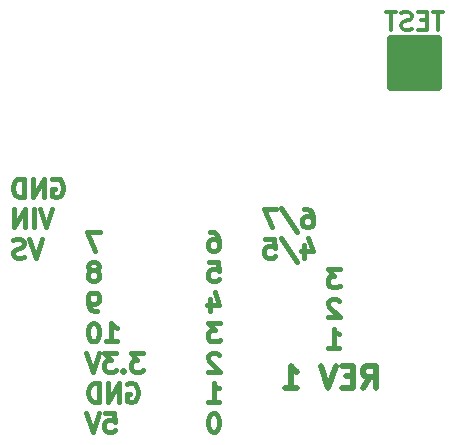
<source format=gbo>
%TF.GenerationSoftware,KiCad,Pcbnew,(6.0.1)*%
%TF.CreationDate,2022-08-13T11:54:52-04:00*%
%TF.ProjectId,QTPy49,51545079-3439-42e6-9b69-6361645f7063,rev?*%
%TF.SameCoordinates,PXfffe7320PYffff9cc8*%
%TF.FileFunction,Legend,Bot*%
%TF.FilePolarity,Positive*%
%FSLAX46Y46*%
G04 Gerber Fmt 4.6, Leading zero omitted, Abs format (unit mm)*
G04 Created by KiCad (PCBNEW (6.0.1)) date 2022-08-13 11:54:52*
%MOMM*%
%LPD*%
G01*
G04 APERTURE LIST*
%ADD10C,0.396875*%
%ADD11C,0.476250*%
%ADD12C,0.304800*%
%ADD13C,0.650000*%
G04 APERTURE END LIST*
D10*
X13360740Y-25885775D02*
X13511930Y-25810179D01*
X13738716Y-25810179D01*
X13965502Y-25885775D01*
X14116692Y-26036965D01*
X14192287Y-26188155D01*
X14267883Y-26490536D01*
X14267883Y-26717322D01*
X14192287Y-27019703D01*
X14116692Y-27170894D01*
X13965502Y-27322084D01*
X13738716Y-27397679D01*
X13587525Y-27397679D01*
X13360740Y-27322084D01*
X13285144Y-27246489D01*
X13285144Y-26717322D01*
X13587525Y-26717322D01*
X12604787Y-27397679D02*
X12604787Y-25810179D01*
X11697644Y-27397679D01*
X11697644Y-25810179D01*
X10941692Y-27397679D02*
X10941692Y-25810179D01*
X10563716Y-25810179D01*
X10336930Y-25885775D01*
X10185740Y-26036965D01*
X10110144Y-26188155D01*
X10034549Y-26490536D01*
X10034549Y-26717322D01*
X10110144Y-27019703D01*
X10185740Y-27170894D01*
X10336930Y-27322084D01*
X10563716Y-27397679D01*
X10941692Y-27397679D01*
X13360740Y-28366054D02*
X12831573Y-29953554D01*
X12302406Y-28366054D01*
X11773240Y-29953554D02*
X11773240Y-28366054D01*
X11017287Y-29953554D02*
X11017287Y-28366054D01*
X10110144Y-29953554D01*
X10110144Y-28366054D01*
X12453597Y-30921929D02*
X11924430Y-32509429D01*
X11395263Y-30921929D01*
X10941692Y-32433834D02*
X10714906Y-32509429D01*
X10336930Y-32509429D01*
X10185740Y-32433834D01*
X10110144Y-32358239D01*
X10034549Y-32207048D01*
X10034549Y-32055858D01*
X10110144Y-31904667D01*
X10185740Y-31829072D01*
X10336930Y-31753477D01*
X10639311Y-31677882D01*
X10790502Y-31602286D01*
X10866097Y-31526691D01*
X10941692Y-31375501D01*
X10941692Y-31224310D01*
X10866097Y-31073120D01*
X10790502Y-30997525D01*
X10639311Y-30921929D01*
X10261335Y-30921929D01*
X10034549Y-30997525D01*
X17367287Y-30350429D02*
X16308954Y-30350429D01*
X16989311Y-31937929D01*
X16989311Y-33586661D02*
X17140502Y-33511066D01*
X17216097Y-33435471D01*
X17291692Y-33284280D01*
X17291692Y-33208685D01*
X17216097Y-33057495D01*
X17140502Y-32981900D01*
X16989311Y-32906304D01*
X16686930Y-32906304D01*
X16535740Y-32981900D01*
X16460144Y-33057495D01*
X16384549Y-33208685D01*
X16384549Y-33284280D01*
X16460144Y-33435471D01*
X16535740Y-33511066D01*
X16686930Y-33586661D01*
X16989311Y-33586661D01*
X17140502Y-33662257D01*
X17216097Y-33737852D01*
X17291692Y-33889042D01*
X17291692Y-34191423D01*
X17216097Y-34342614D01*
X17140502Y-34418209D01*
X16989311Y-34493804D01*
X16686930Y-34493804D01*
X16535740Y-34418209D01*
X16460144Y-34342614D01*
X16384549Y-34191423D01*
X16384549Y-33889042D01*
X16460144Y-33737852D01*
X16535740Y-33662257D01*
X16686930Y-33586661D01*
X17140502Y-37049679D02*
X16838121Y-37049679D01*
X16686930Y-36974084D01*
X16611335Y-36898489D01*
X16460144Y-36671703D01*
X16384549Y-36369322D01*
X16384549Y-35764560D01*
X16460144Y-35613370D01*
X16535740Y-35537775D01*
X16686930Y-35462179D01*
X16989311Y-35462179D01*
X17140502Y-35537775D01*
X17216097Y-35613370D01*
X17291692Y-35764560D01*
X17291692Y-36142536D01*
X17216097Y-36293727D01*
X17140502Y-36369322D01*
X16989311Y-36444917D01*
X16686930Y-36444917D01*
X16535740Y-36369322D01*
X16460144Y-36293727D01*
X16384549Y-36142536D01*
X17896454Y-39605554D02*
X18803597Y-39605554D01*
X18350025Y-39605554D02*
X18350025Y-38018054D01*
X18501216Y-38244840D01*
X18652406Y-38396030D01*
X18803597Y-38471626D01*
X16913716Y-38018054D02*
X16762525Y-38018054D01*
X16611335Y-38093650D01*
X16535740Y-38169245D01*
X16460144Y-38320435D01*
X16384549Y-38622816D01*
X16384549Y-39000792D01*
X16460144Y-39303173D01*
X16535740Y-39454364D01*
X16611335Y-39529959D01*
X16762525Y-39605554D01*
X16913716Y-39605554D01*
X17064906Y-39529959D01*
X17140502Y-39454364D01*
X17216097Y-39303173D01*
X17291692Y-39000792D01*
X17291692Y-38622816D01*
X17216097Y-38320435D01*
X17140502Y-38169245D01*
X17064906Y-38093650D01*
X16913716Y-38018054D01*
X20995859Y-40573929D02*
X20013121Y-40573929D01*
X20542287Y-41178691D01*
X20315502Y-41178691D01*
X20164311Y-41254286D01*
X20088716Y-41329882D01*
X20013121Y-41481072D01*
X20013121Y-41859048D01*
X20088716Y-42010239D01*
X20164311Y-42085834D01*
X20315502Y-42161429D01*
X20769073Y-42161429D01*
X20920263Y-42085834D01*
X20995859Y-42010239D01*
X19332763Y-42010239D02*
X19257168Y-42085834D01*
X19332763Y-42161429D01*
X19408359Y-42085834D01*
X19332763Y-42010239D01*
X19332763Y-42161429D01*
X18728002Y-40573929D02*
X17745263Y-40573929D01*
X18274430Y-41178691D01*
X18047644Y-41178691D01*
X17896454Y-41254286D01*
X17820859Y-41329882D01*
X17745263Y-41481072D01*
X17745263Y-41859048D01*
X17820859Y-42010239D01*
X17896454Y-42085834D01*
X18047644Y-42161429D01*
X18501216Y-42161429D01*
X18652406Y-42085834D01*
X18728002Y-42010239D01*
X17291692Y-40573929D02*
X16762525Y-42161429D01*
X16233359Y-40573929D01*
X19710740Y-43205400D02*
X19861930Y-43129804D01*
X20088716Y-43129804D01*
X20315502Y-43205400D01*
X20466692Y-43356590D01*
X20542287Y-43507780D01*
X20617883Y-43810161D01*
X20617883Y-44036947D01*
X20542287Y-44339328D01*
X20466692Y-44490519D01*
X20315502Y-44641709D01*
X20088716Y-44717304D01*
X19937525Y-44717304D01*
X19710740Y-44641709D01*
X19635144Y-44566114D01*
X19635144Y-44036947D01*
X19937525Y-44036947D01*
X18954787Y-44717304D02*
X18954787Y-43129804D01*
X18047644Y-44717304D01*
X18047644Y-43129804D01*
X17291692Y-44717304D02*
X17291692Y-43129804D01*
X16913716Y-43129804D01*
X16686930Y-43205400D01*
X16535740Y-43356590D01*
X16460144Y-43507780D01*
X16384549Y-43810161D01*
X16384549Y-44036947D01*
X16460144Y-44339328D01*
X16535740Y-44490519D01*
X16686930Y-44641709D01*
X16913716Y-44717304D01*
X17291692Y-44717304D01*
X17820859Y-45685679D02*
X18576811Y-45685679D01*
X18652406Y-46441632D01*
X18576811Y-46366036D01*
X18425621Y-46290441D01*
X18047644Y-46290441D01*
X17896454Y-46366036D01*
X17820859Y-46441632D01*
X17745263Y-46592822D01*
X17745263Y-46970798D01*
X17820859Y-47121989D01*
X17896454Y-47197584D01*
X18047644Y-47273179D01*
X18425621Y-47273179D01*
X18576811Y-47197584D01*
X18652406Y-47121989D01*
X17291692Y-45685679D02*
X16762525Y-47273179D01*
X16233359Y-45685679D01*
D11*
X39627628Y-43559185D02*
X40262628Y-42652042D01*
X40716200Y-43559185D02*
X40716200Y-41654185D01*
X39990485Y-41654185D01*
X39809057Y-41744900D01*
X39718342Y-41835614D01*
X39627628Y-42017042D01*
X39627628Y-42289185D01*
X39718342Y-42470614D01*
X39809057Y-42561328D01*
X39990485Y-42652042D01*
X40716200Y-42652042D01*
X38811200Y-42561328D02*
X38176200Y-42561328D01*
X37904057Y-43559185D02*
X38811200Y-43559185D01*
X38811200Y-41654185D01*
X37904057Y-41654185D01*
X37359771Y-41654185D02*
X36724771Y-43559185D01*
X36089771Y-41654185D01*
X33005485Y-43559185D02*
X34094057Y-43559185D01*
X33549771Y-43559185D02*
X33549771Y-41654185D01*
X33731200Y-41926328D01*
X33912628Y-42107757D01*
X34094057Y-42198471D01*
D10*
X34635319Y-28358117D02*
X34937700Y-28358117D01*
X35088890Y-28433713D01*
X35164485Y-28509308D01*
X35315676Y-28736093D01*
X35391271Y-29038474D01*
X35391271Y-29643236D01*
X35315676Y-29794427D01*
X35240080Y-29870022D01*
X35088890Y-29945617D01*
X34786509Y-29945617D01*
X34635319Y-29870022D01*
X34559723Y-29794427D01*
X34484128Y-29643236D01*
X34484128Y-29265260D01*
X34559723Y-29114070D01*
X34635319Y-29038474D01*
X34786509Y-28962879D01*
X35088890Y-28962879D01*
X35240080Y-29038474D01*
X35315676Y-29114070D01*
X35391271Y-29265260D01*
X32669842Y-28282522D02*
X34030557Y-30323593D01*
X32291866Y-28358117D02*
X31233533Y-28358117D01*
X31913890Y-29945617D01*
X34635319Y-31443159D02*
X34635319Y-32501492D01*
X35013295Y-30838397D02*
X35391271Y-31972326D01*
X34408533Y-31972326D01*
X32669842Y-30838397D02*
X34030557Y-32879468D01*
X31384723Y-30913992D02*
X32140676Y-30913992D01*
X32216271Y-31669945D01*
X32140676Y-31594349D01*
X31989485Y-31518754D01*
X31611509Y-31518754D01*
X31460319Y-31594349D01*
X31384723Y-31669945D01*
X31309128Y-31821135D01*
X31309128Y-32199111D01*
X31384723Y-32350302D01*
X31460319Y-32425897D01*
X31611509Y-32501492D01*
X31989485Y-32501492D01*
X32140676Y-32425897D01*
X32216271Y-32350302D01*
X37689366Y-33430179D02*
X36706628Y-33430179D01*
X37235795Y-34034941D01*
X37009009Y-34034941D01*
X36857819Y-34110536D01*
X36782223Y-34186132D01*
X36706628Y-34337322D01*
X36706628Y-34715298D01*
X36782223Y-34866489D01*
X36857819Y-34942084D01*
X37009009Y-35017679D01*
X37462580Y-35017679D01*
X37613771Y-34942084D01*
X37689366Y-34866489D01*
X37613771Y-36137245D02*
X37538176Y-36061650D01*
X37386985Y-35986054D01*
X37009009Y-35986054D01*
X36857819Y-36061650D01*
X36782223Y-36137245D01*
X36706628Y-36288435D01*
X36706628Y-36439626D01*
X36782223Y-36666411D01*
X37689366Y-37573554D01*
X36706628Y-37573554D01*
X36706628Y-40129429D02*
X37613771Y-40129429D01*
X37160200Y-40129429D02*
X37160200Y-38541929D01*
X37311390Y-38768715D01*
X37462580Y-38919905D01*
X37613771Y-38995501D01*
X26699897Y-30350429D02*
X27002278Y-30350429D01*
X27153469Y-30426025D01*
X27229064Y-30501620D01*
X27380255Y-30728405D01*
X27455850Y-31030786D01*
X27455850Y-31635548D01*
X27380255Y-31786739D01*
X27304659Y-31862334D01*
X27153469Y-31937929D01*
X26851088Y-31937929D01*
X26699897Y-31862334D01*
X26624302Y-31786739D01*
X26548707Y-31635548D01*
X26548707Y-31257572D01*
X26624302Y-31106382D01*
X26699897Y-31030786D01*
X26851088Y-30955191D01*
X27153469Y-30955191D01*
X27304659Y-31030786D01*
X27380255Y-31106382D01*
X27455850Y-31257572D01*
X26624302Y-32906304D02*
X27380255Y-32906304D01*
X27455850Y-33662257D01*
X27380255Y-33586661D01*
X27229064Y-33511066D01*
X26851088Y-33511066D01*
X26699897Y-33586661D01*
X26624302Y-33662257D01*
X26548707Y-33813447D01*
X26548707Y-34191423D01*
X26624302Y-34342614D01*
X26699897Y-34418209D01*
X26851088Y-34493804D01*
X27229064Y-34493804D01*
X27380255Y-34418209D01*
X27455850Y-34342614D01*
X26699897Y-35991346D02*
X26699897Y-37049679D01*
X27077874Y-35386584D02*
X27455850Y-36520513D01*
X26473112Y-36520513D01*
X27531445Y-38018054D02*
X26548707Y-38018054D01*
X27077874Y-38622816D01*
X26851088Y-38622816D01*
X26699897Y-38698411D01*
X26624302Y-38774007D01*
X26548707Y-38925197D01*
X26548707Y-39303173D01*
X26624302Y-39454364D01*
X26699897Y-39529959D01*
X26851088Y-39605554D01*
X27304659Y-39605554D01*
X27455850Y-39529959D01*
X27531445Y-39454364D01*
X27455850Y-40725120D02*
X27380255Y-40649525D01*
X27229064Y-40573929D01*
X26851088Y-40573929D01*
X26699897Y-40649525D01*
X26624302Y-40725120D01*
X26548707Y-40876310D01*
X26548707Y-41027501D01*
X26624302Y-41254286D01*
X27531445Y-42161429D01*
X26548707Y-42161429D01*
X26548707Y-44717304D02*
X27455850Y-44717304D01*
X27002278Y-44717304D02*
X27002278Y-43129804D01*
X27153469Y-43356590D01*
X27304659Y-43507780D01*
X27455850Y-43583376D01*
X27077874Y-45685679D02*
X26926683Y-45685679D01*
X26775493Y-45761275D01*
X26699897Y-45836870D01*
X26624302Y-45988060D01*
X26548707Y-46290441D01*
X26548707Y-46668417D01*
X26624302Y-46970798D01*
X26699897Y-47121989D01*
X26775493Y-47197584D01*
X26926683Y-47273179D01*
X27077874Y-47273179D01*
X27229064Y-47197584D01*
X27304659Y-47121989D01*
X27380255Y-46970798D01*
X27455850Y-46668417D01*
X27455850Y-46290441D01*
X27380255Y-45988060D01*
X27304659Y-45836870D01*
X27229064Y-45761275D01*
X27077874Y-45685679D01*
D12*
%TO.C,TEST*%
X46449342Y-11692828D02*
X45578485Y-11692828D01*
X46013914Y-13216828D02*
X46013914Y-11692828D01*
X45070485Y-12418542D02*
X44562485Y-12418542D01*
X44344771Y-13216828D02*
X45070485Y-13216828D01*
X45070485Y-11692828D01*
X44344771Y-11692828D01*
X43764200Y-13144257D02*
X43546485Y-13216828D01*
X43183628Y-13216828D01*
X43038485Y-13144257D01*
X42965914Y-13071685D01*
X42893342Y-12926542D01*
X42893342Y-12781400D01*
X42965914Y-12636257D01*
X43038485Y-12563685D01*
X43183628Y-12491114D01*
X43473914Y-12418542D01*
X43619057Y-12345971D01*
X43691628Y-12273400D01*
X43764200Y-12128257D01*
X43764200Y-11983114D01*
X43691628Y-11837971D01*
X43619057Y-11765400D01*
X43473914Y-11692828D01*
X43111057Y-11692828D01*
X42893342Y-11765400D01*
X42457914Y-11692828D02*
X41587057Y-11692828D01*
X42022485Y-13216828D02*
X42022485Y-11692828D01*
D13*
X42018200Y-15527400D02*
X46018200Y-15527400D01*
X42018200Y-14027400D02*
X46018200Y-14027400D01*
X42018200Y-14527400D02*
X46018200Y-14527400D01*
X46018200Y-15027400D02*
X42018200Y-15027400D01*
X46018200Y-14527400D02*
X46018200Y-15027400D01*
X42018200Y-17027400D02*
X42018200Y-17527400D01*
X42018200Y-15027400D02*
X42018200Y-15527400D01*
X42018200Y-16527400D02*
X45518200Y-16527400D01*
X42018200Y-16027400D02*
X42018200Y-16527400D01*
X46018200Y-16527400D02*
X46018200Y-17027400D01*
X46018200Y-18027400D02*
X42018200Y-18027400D01*
X46018200Y-16027400D02*
X42018200Y-16027400D01*
X45518200Y-16527400D02*
X46018200Y-16527400D01*
X42018200Y-18027400D02*
X42018200Y-14027400D01*
X46018200Y-15527400D02*
X46018200Y-16027400D01*
X46018200Y-17027400D02*
X42018200Y-17027400D01*
X42018200Y-17527400D02*
X46018200Y-17527400D01*
X46018200Y-14027400D02*
X46018200Y-18027400D01*
X42018200Y-14027400D02*
X42018200Y-14527400D01*
%TD*%
M02*

</source>
